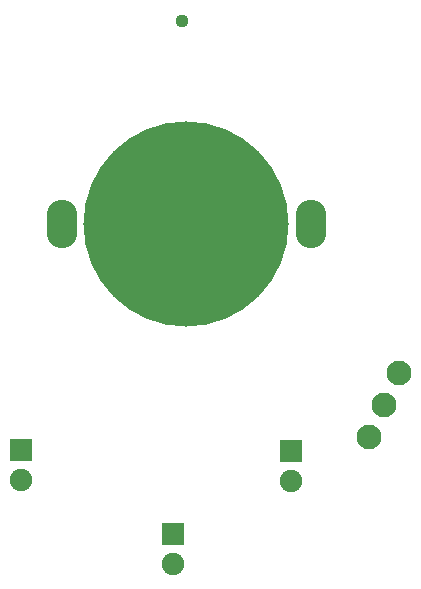
<source format=gbr>
%TF.GenerationSoftware,KiCad,Pcbnew,(6.0.7)*%
%TF.CreationDate,2024-01-22T09:58:03-08:00*%
%TF.ProjectId,Blinky,426c696e-6b79-42e6-9b69-6361645f7063,rev?*%
%TF.SameCoordinates,Original*%
%TF.FileFunction,Soldermask,Bot*%
%TF.FilePolarity,Negative*%
%FSLAX46Y46*%
G04 Gerber Fmt 4.6, Leading zero omitted, Abs format (unit mm)*
G04 Created by KiCad (PCBNEW (6.0.7)) date 2024-01-22 09:58:03*
%MOMM*%
%LPD*%
G01*
G04 APERTURE LIST*
G04 Aperture macros list*
%AMRoundRect*
0 Rectangle with rounded corners*
0 $1 Rounding radius*
0 $2 $3 $4 $5 $6 $7 $8 $9 X,Y pos of 4 corners*
0 Add a 4 corners polygon primitive as box body*
4,1,4,$2,$3,$4,$5,$6,$7,$8,$9,$2,$3,0*
0 Add four circle primitives for the rounded corners*
1,1,$1+$1,$2,$3*
1,1,$1+$1,$4,$5*
1,1,$1+$1,$6,$7*
1,1,$1+$1,$8,$9*
0 Add four rect primitives between the rounded corners*
20,1,$1+$1,$2,$3,$4,$5,0*
20,1,$1+$1,$4,$5,$6,$7,0*
20,1,$1+$1,$6,$7,$8,$9,0*
20,1,$1+$1,$8,$9,$2,$3,0*%
G04 Aperture macros list end*
%ADD10RoundRect,0.050000X-0.900000X0.900000X-0.900000X-0.900000X0.900000X-0.900000X0.900000X0.900000X0*%
%ADD11C,1.900000*%
%ADD12C,1.117600*%
%ADD13O,2.600000X4.100000*%
%ADD14C,17.372000*%
%ADD15C,2.100000*%
G04 APERTURE END LIST*
D10*
%TO.C,D1*%
X126956000Y-92792000D03*
D11*
X126956000Y-95332000D03*
%TD*%
D10*
%TO.C,D2*%
X139783000Y-99904000D03*
D11*
X139783000Y-102444000D03*
%TD*%
D10*
%TO.C,D3*%
X149816000Y-92919000D03*
D11*
X149816000Y-95459000D03*
%TD*%
D12*
%TO.C,REF\u002A\u002A*%
X140589000Y-56471000D03*
%TD*%
D13*
%TO.C,BT1*%
X130384000Y-73702000D03*
X151466000Y-73702000D03*
D14*
X140925000Y-73702000D03*
%TD*%
D15*
%TO.C,SW1*%
X158957855Y-86268076D03*
X157690000Y-88987000D03*
X156422145Y-91705923D03*
%TD*%
M02*

</source>
